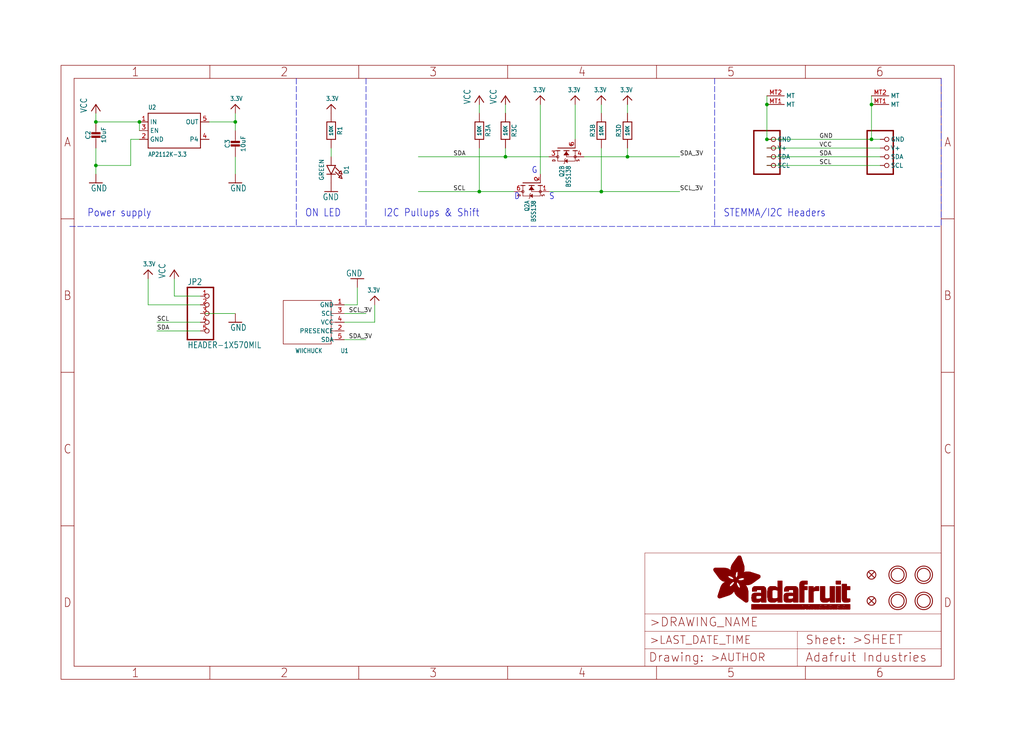
<source format=kicad_sch>
(kicad_sch (version 20211123) (generator eeschema)
  (paper "User" 298.45 217.881)
  (lib_symbols
    (symbol "eagleSchem-eagle-import:3.3V" (power)
      (property "Value" "3.3V" (at -1.524 1.016 0))
      (symbol "3.3V_1_0"
        (pin power_in line (at 0 -2.54 90) (length 2.54) (name "3.3V") (number "1"))
      )
    )
    (symbol "eagleSchem-eagle-import:CAP_CERAMIC0805-NOOUTLINE"
      (property "Reference" "C" (at -2.29 1.25 90))
      (property "Value" "CAP_CERAMIC0805-NOOUTLINE" (at 2.3 1.25 90))
      (symbol "CAP_CERAMIC0805-NOOUTLINE_1_0"
        (pin passive line (at 0 5.08 270) (length 2.54) (name "1") (number "1"))
        (pin passive line (at 0 -2.54 90) (length 2.54) (name "2") (number "2"))
      )
    )
    (symbol "eagleSchem-eagle-import:FIDUCIAL_1MM")
    (symbol "eagleSchem-eagle-import:FRAME_A4_ADAFRUIT"
      (symbol "FRAME_A4_ADAFRUIT_0_0"
        (text "1" (at 21.6958 1.905 0) (effects (font (size 2.54 2.286))))
        (text "1" (at 21.6958 177.165 0) (effects (font (size 2.54 2.286))))
        (text "2" (at 65.0875 1.905 0) (effects (font (size 2.54 2.286))))
        (text "2" (at 65.0875 177.165 0) (effects (font (size 2.54 2.286))))
        (text "3" (at 108.4792 1.905 0) (effects (font (size 2.54 2.286))))
        (text "3" (at 108.4792 177.165 0) (effects (font (size 2.54 2.286))))
        (text "4" (at 151.8708 1.905 0) (effects (font (size 2.54 2.286))))
        (text "4" (at 151.8708 177.165 0) (effects (font (size 2.54 2.286))))
        (text "5" (at 195.2625 1.905 0) (effects (font (size 2.54 2.286))))
        (text "5" (at 195.2625 177.165 0) (effects (font (size 2.54 2.286))))
        (text "6" (at 238.6542 1.905 0) (effects (font (size 2.54 2.286))))
        (text "6" (at 238.6542 177.165 0) (effects (font (size 2.54 2.286))))
        (text "A" (at 1.905 156.6863 0) (effects (font (size 2.54 2.286))))
        (text "A" (at 258.445 156.6863 0) (effects (font (size 2.54 2.286))))
        (text "B" (at 1.905 111.9188 0) (effects (font (size 2.54 2.286))))
        (text "B" (at 258.445 111.9188 0) (effects (font (size 2.54 2.286))))
        (text "C" (at 1.905 67.1513 0) (effects (font (size 2.54 2.286))))
        (text "C" (at 258.445 67.1513 0) (effects (font (size 2.54 2.286))))
        (text "D" (at 1.905 22.3838 0) (effects (font (size 2.54 2.286))))
        (text "D" (at 258.445 22.3838 0) (effects (font (size 2.54 2.286))))
      )
      (symbol "FRAME_A4_ADAFRUIT_1_0"
        (text ">AUTHOR" (at 189.23 5.08 0) (effects (font (size 2.286 2.286)) (justify left bottom)))
        (text ">DRAWING_NAME" (at 171.45 15.24 0) (effects (font (size 2.54 2.54)) (justify left bottom)))
        (text ">LAST_DATE_TIME" (at 171.45 10.16 0) (effects (font (size 2.286 2.286)) (justify left bottom)))
        (text ">SHEET" (at 230.505 10.16 0) (effects (font (size 2.54 2.54)) (justify left bottom)))
        (text "Adafruit Industries" (at 216.916 4.953 0) (effects (font (size 2.54 2.54)) (justify left bottom)))
        (text "Drawing:" (at 171.196 4.953 0) (effects (font (size 2.54 2.54)) (justify left bottom)))
        (text "Sheet:" (at 216.916 10.033 0) (effects (font (size 2.54 2.54)) (justify left bottom)))
      )
    )
    (symbol "eagleSchem-eagle-import:GND" (power)
      (property "Value" "GND" (at -2.54 -2.54 0))
      (symbol "GND_1_0"
        (pin power_in line (at 0 2.54 270) (length 2.54) (name "GND") (number "1"))
      )
    )
    (symbol "eagleSchem-eagle-import:HEADER-1X570MIL"
      (property "Reference" "JP" (at -6.35 8.255 0))
      (property "Value" "HEADER-1X570MIL" (at -6.35 -10.16 0))
      (symbol "HEADER-1X570MIL_1_0"
        (pin passive inverted (at -2.54 5.08 0) (length 2.54) (name "1") (number "1"))
        (pin passive inverted (at -2.54 2.54 0) (length 2.54) (name "2") (number "2"))
        (pin passive inverted (at -2.54 0 0) (length 2.54) (name "3") (number "3"))
        (pin passive inverted (at -2.54 -2.54 0) (length 2.54) (name "4") (number "4"))
        (pin passive inverted (at -2.54 -5.08 0) (length 2.54) (name "5") (number "5"))
      )
    )
    (symbol "eagleSchem-eagle-import:LED0603_NOOUTLINE"
      (property "Reference" "D" (at -1.27 4.445 0))
      (property "Value" "LED0603_NOOUTLINE" (at -1.27 -2.794 0))
      (symbol "LED0603_NOOUTLINE_1_0"
        (pin passive line (at -5.08 0 0) (length 2.54) (name "A") (number "A"))
        (pin passive line (at 2.54 0 180) (length 2.54) (name "C") (number "C"))
      )
    )
    (symbol "eagleSchem-eagle-import:MOSFET-N_DUAL"
      (property "Reference" "Q" (at 5.08 0.635 0))
      (property "Value" "MOSFET-N_DUAL" (at 5.08 -1.27 0))
      (symbol "MOSFET-N_DUAL_1_0"
        (text "D" (at 3.175 3.175 0) (effects (font (size 0.8128 0.6908)) (justify left bottom)))
        (text "G" (at -1.27 -1.905 0) (effects (font (size 0.8128 0.6908)) (justify left bottom)))
        (text "S" (at 3.175 -3.81 0) (effects (font (size 0.8128 0.6908)) (justify left bottom)))
        (pin bidirectional line (at 2.54 -5.08 90) (length 2.54) (name "S") (number "1"))
        (pin bidirectional line (at -2.54 -2.54 0) (length 2.54) (name "G") (number "2"))
        (pin bidirectional line (at 2.54 5.08 270) (length 2.54) (name "D") (number "6"))
      )
      (symbol "MOSFET-N_DUAL_2_0"
        (text "D" (at 3.175 3.175 0) (effects (font (size 0.8128 0.6908)) (justify left bottom)))
        (text "G" (at -1.27 -1.905 0) (effects (font (size 0.8128 0.6908)) (justify left bottom)))
        (text "S" (at 3.175 -3.81 0) (effects (font (size 0.8128 0.6908)) (justify left bottom)))
        (pin bidirectional line (at 2.54 5.08 270) (length 2.54) (name "D") (number "3"))
        (pin bidirectional line (at 2.54 -5.08 90) (length 2.54) (name "S") (number "4"))
        (pin bidirectional line (at -2.54 -2.54 0) (length 2.54) (name "G") (number "5"))
      )
    )
    (symbol "eagleSchem-eagle-import:MOUNTINGHOLE2.5")
    (symbol "eagleSchem-eagle-import:RESISTOR_0603_NOOUT"
      (property "Reference" "R" (at 0 2.54 0))
      (property "Value" "RESISTOR_0603_NOOUT" (at 0 0 0))
      (symbol "RESISTOR_0603_NOOUT_1_0"
        (pin passive line (at -5.08 0 0) (length 2.54) (name "1") (number "1"))
        (pin passive line (at 5.08 0 180) (length 2.54) (name "2") (number "2"))
      )
    )
    (symbol "eagleSchem-eagle-import:RESISTOR_4PACK"
      (property "Reference" "R" (at 0 2.54 0))
      (property "Value" "RESISTOR_4PACK" (at 0 0 0))
      (symbol "RESISTOR_4PACK_1_0"
        (pin passive line (at -5.08 0 0) (length 2.54) (name "1") (number "1"))
        (pin passive line (at 5.08 0 180) (length 2.54) (name "2") (number "8"))
      )
      (symbol "RESISTOR_4PACK_2_0"
        (pin passive line (at -5.08 0 0) (length 2.54) (name "1") (number "2"))
        (pin passive line (at 5.08 0 180) (length 2.54) (name "2") (number "7"))
      )
      (symbol "RESISTOR_4PACK_3_0"
        (pin passive line (at -5.08 0 0) (length 2.54) (name "1") (number "3"))
        (pin passive line (at 5.08 0 180) (length 2.54) (name "2") (number "6"))
      )
      (symbol "RESISTOR_4PACK_4_0"
        (pin passive line (at -5.08 0 0) (length 2.54) (name "1") (number "4"))
        (pin passive line (at 5.08 0 180) (length 2.54) (name "2") (number "5"))
      )
    )
    (symbol "eagleSchem-eagle-import:STEMMA_I2C_QT"
      (symbol "STEMMA_I2C_QT_1_0"
        (pin passive inverted (at 0 5.08 0) (length 2.54) (name "GND") (number "1"))
        (pin passive inverted (at 0 2.54 0) (length 2.54) (name "V+") (number "2"))
        (pin passive inverted (at 0 0 0) (length 2.54) (name "SDA") (number "3"))
        (pin passive inverted (at 0 -2.54 0) (length 2.54) (name "SCL") (number "4"))
      )
      (symbol "STEMMA_I2C_QT_2_0"
        (pin bidirectional line (at 0 0 0) (length 5.08) (name "MT") (number "MT1"))
      )
      (symbol "STEMMA_I2C_QT_3_0"
        (pin bidirectional line (at 0 0 0) (length 5.08) (name "MT") (number "MT2"))
      )
    )
    (symbol "eagleSchem-eagle-import:VCC" (power)
      (property "Value" "VCC" (at -2.54 -2.54 90))
      (symbol "VCC_1_0"
        (pin power_in line (at 0 -2.54 90) (length 2.54) (name "VCC") (number "1"))
      )
    )
    (symbol "eagleSchem-eagle-import:VREG_SOT23-5"
      (property "Reference" "U" (at -7.62 6.096 0))
      (property "Value" "VREG_SOT23-5" (at -7.62 -7.62 0))
      (symbol "VREG_SOT23-5_1_0"
        (pin power_in line (at -10.16 2.54 0) (length 2.54) (name "IN") (number "1"))
        (pin power_in line (at -10.16 -2.54 0) (length 2.54) (name "GND") (number "2"))
        (pin input line (at -10.16 0 0) (length 2.54) (name "EN") (number "3"))
        (pin bidirectional line (at 10.16 -2.54 180) (length 2.54) (name "P4") (number "4"))
        (pin power_in line (at 10.16 2.54 180) (length 2.54) (name "OUT") (number "5"))
      )
    )
    (symbol "eagleSchem-eagle-import:WIICHUCK"
      (property "Reference" "U" (at -5.08 7.62 0))
      (property "Value" "WIICHUCK" (at 2.54 7.62 0))
      (symbol "WIICHUCK_1_0"
        (pin power_in line (at -3.81 -5.08 0) (length 2.54) (name "GND") (number "1"))
        (pin passive line (at -3.81 2.54 0) (length 2.54) (name "PRESENCE") (number "2"))
        (pin bidirectional line (at -3.81 -2.54 0) (length 2.54) (name "SCL") (number "3"))
        (pin power_in line (at -3.81 0 0) (length 2.54) (name "VCC") (number "4"))
        (pin bidirectional line (at -3.81 5.08 0) (length 2.54) (name "SDA") (number "5"))
      )
    )
  )
  (junction (at 223.52 30.48))
  (junction (at 27.94 35.56))
  (junction (at 27.94 48.26))
  (junction (at 40.64 35.56))
  (junction (at 254 30.48))
  (junction (at 68.58 35.56))
  (junction (at 175.26 55.88))
  (junction (at 223.52 40.64))
  (junction (at 147.32 45.72))
  (junction (at 254 40.64))
  (junction (at 139.7 55.88))
  (junction (at 182.88 45.72))
  (wire (pts (xy 223.52 48.26) (xy 256.54 48.26)))
  (wire (pts (xy 100.33 99.06) (xy 106.68 99.06)))
  (wire (pts (xy 58.42 96.52) (xy 45.72 96.52)))
  (wire (pts (xy 254 30.48) (xy 254 40.64)))
  (wire (pts (xy 27.94 33.02) (xy 27.94 35.56)))
  (wire (pts (xy 58.42 86.36) (xy 50.8 86.36)))
  (wire (pts (xy 38.1 48.26) (xy 27.94 48.26)))
  (wire (pts (xy 38.1 40.64) (xy 38.1 48.26)))
  (wire (pts (xy 58.42 93.98) (xy 45.72 93.98)))
  (wire (pts (xy 100.33 93.98) (xy 109.22 93.98)))
  (polyline (pts (xy 106.68 66.04) (xy 208.28 66.04)))
  (polyline (pts (xy 274.32 22.86) (xy 274.32 66.04)))
  (wire (pts (xy 223.52 30.48) (xy 223.52 40.64)))
  (wire (pts (xy 139.7 30.48) (xy 139.7 33.02)))
  (wire (pts (xy 27.94 48.26) (xy 27.94 43.18)))
  (polyline (pts (xy 208.28 22.86) (xy 208.28 66.04)))
  (wire (pts (xy 160.02 45.72) (xy 147.32 45.72)))
  (wire (pts (xy 147.32 43.18) (xy 147.32 45.72)))
  (wire (pts (xy 167.64 40.64) (xy 167.64 30.48)))
  (wire (pts (xy 182.88 45.72) (xy 198.12 45.72)))
  (wire (pts (xy 68.58 45.72) (xy 68.58 50.8)))
  (wire (pts (xy 160.02 55.88) (xy 175.26 55.88)))
  (wire (pts (xy 104.14 88.9) (xy 104.14 83.82)))
  (wire (pts (xy 60.96 35.56) (xy 68.58 35.56)))
  (wire (pts (xy 139.7 43.18) (xy 139.7 55.88)))
  (wire (pts (xy 100.33 88.9) (xy 104.14 88.9)))
  (wire (pts (xy 100.33 91.44) (xy 106.68 91.44)))
  (wire (pts (xy 170.18 45.72) (xy 182.88 45.72)))
  (polyline (pts (xy 20.32 66.04) (xy 86.36 66.04)))
  (wire (pts (xy 157.48 50.8) (xy 157.48 30.48)))
  (wire (pts (xy 175.26 33.02) (xy 175.26 30.48)))
  (wire (pts (xy 182.88 33.02) (xy 182.88 30.48)))
  (wire (pts (xy 256.54 40.64) (xy 254 40.64)))
  (wire (pts (xy 58.42 88.9) (xy 43.18 88.9)))
  (wire (pts (xy 50.8 86.36) (xy 50.8 81.28)))
  (wire (pts (xy 68.58 35.56) (xy 68.58 38.1)))
  (polyline (pts (xy 86.36 66.04) (xy 106.68 66.04)))
  (wire (pts (xy 256.54 45.72) (xy 223.52 45.72)))
  (wire (pts (xy 58.42 91.44) (xy 68.58 91.44)))
  (wire (pts (xy 68.58 35.56) (xy 68.58 33.02)))
  (polyline (pts (xy 106.68 22.86) (xy 106.68 66.04)))
  (wire (pts (xy 40.64 40.64) (xy 38.1 40.64)))
  (wire (pts (xy 223.52 43.18) (xy 256.54 43.18)))
  (polyline (pts (xy 86.36 22.86) (xy 86.36 66.04)))
  (wire (pts (xy 96.52 45.72) (xy 96.52 43.18)))
  (wire (pts (xy 254 27.94) (xy 254 30.48)))
  (wire (pts (xy 40.64 38.1) (xy 40.64 35.56)))
  (wire (pts (xy 149.86 55.88) (xy 139.7 55.88)))
  (wire (pts (xy 254 40.64) (xy 223.52 40.64)))
  (wire (pts (xy 175.26 55.88) (xy 198.12 55.88)))
  (wire (pts (xy 27.94 48.26) (xy 27.94 50.8)))
  (polyline (pts (xy 208.28 66.04) (xy 274.32 66.04)))
  (wire (pts (xy 175.26 43.18) (xy 175.26 55.88)))
  (wire (pts (xy 223.52 27.94) (xy 223.52 30.48)))
  (wire (pts (xy 40.64 35.56) (xy 27.94 35.56)))
  (wire (pts (xy 147.32 45.72) (xy 121.92 45.72)))
  (wire (pts (xy 109.22 93.98) (xy 109.22 88.9)))
  (wire (pts (xy 139.7 55.88) (xy 121.92 55.88)))
  (wire (pts (xy 43.18 88.9) (xy 43.18 81.28)))
  (wire (pts (xy 147.32 33.02) (xy 147.32 30.48)))
  (wire (pts (xy 182.88 43.18) (xy 182.88 45.72)))
  (text "S" (at 160.02 58.42 180) (effects (font (size 1.778 1.5113)) (justify left bottom)))
  (text "D" (at 149.86 58.42 180) (effects (font (size 1.778 1.5113)) (justify left bottom)))
  (text "Power supply" (at 25.4 63.5 180) (effects (font (size 2.1844 1.8567)) (justify left bottom)))
  (text "STEMMA/I2C Headers" (at 210.82 63.5 180) (effects (font (size 2.1844 1.8567)) (justify left bottom)))
  (text "I2C Pullups & Shift" (at 111.76 63.5 180) (effects (font (size 2.1844 1.8567)) (justify left bottom)))
  (text "G" (at 154.94 50.8 180) (effects (font (size 1.778 1.5113)) (justify left bottom)))
  (text "ON LED" (at 88.9 63.5 180) (effects (font (size 2.1844 1.8567)) (justify left bottom)))
  (label "SCL" (at 238.76 48.26 0) (effects (font (size 1.2446 1.2446))))
  (label "GND" (at 238.76 40.64 0) (effects (font (size 1.2446 1.2446))))
  (label "SDA_3V" (at 198.12 45.72 0) (effects (font (size 1.2446 1.2446))))
  (label "SCL_3V" (at 101.6 91.44 0) (effects (font (size 1.2446 1.2446))))
  (label "VCC" (at 238.76 43.18 0) (effects (font (size 1.2446 1.2446))))
  (label "SDA" (at 238.76 45.72 0) (effects (font (size 1.2446 1.2446))))
  (label "SDA_3V" (at 101.6 99.06 0) (effects (font (size 1.2446 1.2446))))
  (label "SDA" (at 45.72 96.52 0) (effects (font (size 1.2446 1.2446))))
  (label "SCL" (at 45.72 93.98 0) (effects (font (size 1.2446 1.2446))))
  (label "SCL" (at 132.08 55.88 0) (effects (font (size 1.2446 1.2446))))
  (label "SDA" (at 132.08 45.72 0) (effects (font (size 1.2446 1.2446))))
  (label "SCL_3V" (at 198.12 55.88 0) (effects (font (size 1.2446 1.2446))))
  (symbol (lib_id "eagleSchem-eagle-import:VCC") (at 50.8 78.74 0) (unit 1)
    (property "Reference" "#P+4" (effects hide))
    (property "Value" "VCC" (at 48.26 81.28 90) (effects (font (size 1.778 1.5113)) (justify left bottom)))
    (property "Footprint" "eagleSchem:" (effects hide))
  )
  (symbol (lib_id "eagleSchem-eagle-import:VREG_SOT23-5") (at 50.8 38.1 0) (unit 1)
    (property "Reference" "U2" (at 43.18 32.004 0) (effects (font (size 1.27 1.0795)) (justify left bottom)))
    (property "Value" "AP2112K-3.3" (at 43.18 45.72 0) (effects (font (size 1.27 1.0795)) (justify left bottom)))
    (property "Footprint" "eagleSchem:SOT23-5" (effects hide))
  )
  (symbol (lib_id "eagleSchem-eagle-import:STEMMA_I2C_QT") (at 254 27.94 0) (unit 3)
    (property "Reference" "CONN4" (effects hide))
    (property "Value" "STEMMA_I2C_QT" (effects hide))
    (property "Footprint" "eagleSchem:JST_SH4" (effects hide))
  )
  (symbol (lib_id "eagleSchem-eagle-import:GND") (at 68.58 53.34 0) (unit 1)
    (property "Reference" "#U$5" (effects hide))
    (property "Value" "GND" (at 67.056 55.88 0) (effects (font (size 1.778 1.5113)) (justify left bottom)))
    (property "Footprint" "eagleSchem:" (effects hide))
  )
  (symbol (lib_id "eagleSchem-eagle-import:3.3V") (at 167.64 27.94 0) (mirror y) (unit 1)
    (property "Reference" "#U$23" (effects hide))
    (property "Value" "3.3V" (at 169.164 26.924 0) (effects (font (size 1.27 1.0795)) (justify left bottom)))
    (property "Footprint" "eagleSchem:" (effects hide))
  )
  (symbol (lib_id "eagleSchem-eagle-import:3.3V") (at 68.58 30.48 0) (unit 1)
    (property "Reference" "#U$15" (effects hide))
    (property "Value" "3.3V" (at 67.056 29.464 0) (effects (font (size 1.27 1.0795)) (justify left bottom)))
    (property "Footprint" "eagleSchem:" (effects hide))
  )
  (symbol (lib_id "eagleSchem-eagle-import:FRAME_A4_ADAFRUIT") (at 17.78 198.12 0) (unit 1)
    (property "Reference" "#U$18" (effects hide))
    (property "Value" "FRAME_A4_ADAFRUIT" (effects hide))
    (property "Footprint" "eagleSchem:" (effects hide))
  )
  (symbol (lib_id "eagleSchem-eagle-import:3.3V") (at 182.88 27.94 0) (mirror y) (unit 1)
    (property "Reference" "#U$7" (effects hide))
    (property "Value" "3.3V" (at 184.404 26.924 0) (effects (font (size 1.27 1.0795)) (justify left bottom)))
    (property "Footprint" "eagleSchem:" (effects hide))
  )
  (symbol (lib_id "eagleSchem-eagle-import:MOSFET-N_DUAL") (at 165.1 43.18 90) (mirror x) (unit 2)
    (property "Reference" "Q2" (at 164.465 48.26 0) (effects (font (size 1.27 1.0795)) (justify left bottom)))
    (property "Value" "BSS138" (at 166.37 48.26 0) (effects (font (size 1.27 1.0795)) (justify left bottom)))
    (property "Footprint" "eagleSchem:SOT363" (effects hide))
  )
  (symbol (lib_id "eagleSchem-eagle-import:3.3V") (at 96.52 30.48 0) (unit 1)
    (property "Reference" "#U$3" (effects hide))
    (property "Value" "3.3V" (at 94.996 29.464 0) (effects (font (size 1.27 1.0795)) (justify left bottom)))
    (property "Footprint" "eagleSchem:" (effects hide))
  )
  (symbol (lib_id "eagleSchem-eagle-import:RESISTOR_4PACK") (at 139.7 38.1 270) (unit 1)
    (property "Reference" "R3" (at 142.24 38.1 0))
    (property "Value" "10K" (at 139.7 38.1 0) (effects (font (size 1.016 1.016) bold)))
    (property "Footprint" "eagleSchem:RESPACK_4X0603" (effects hide))
  )
  (symbol (lib_id "eagleSchem-eagle-import:FIDUCIAL_1MM") (at 254 175.26 0) (unit 1)
    (property "Reference" "FID3" (effects hide))
    (property "Value" "FIDUCIAL_1MM" (effects hide))
    (property "Footprint" "eagleSchem:FIDUCIAL_1MM" (effects hide))
  )
  (symbol (lib_id "eagleSchem-eagle-import:MOSFET-N_DUAL") (at 154.94 53.34 90) (mirror x) (unit 1)
    (property "Reference" "Q2" (at 154.305 58.42 0) (effects (font (size 1.27 1.0795)) (justify left bottom)))
    (property "Value" "BSS138" (at 156.21 58.42 0) (effects (font (size 1.27 1.0795)) (justify left bottom)))
    (property "Footprint" "eagleSchem:SOT363" (effects hide))
  )
  (symbol (lib_id "eagleSchem-eagle-import:CAP_CERAMIC0805-NOOUTLINE") (at 68.58 43.18 0) (unit 1)
    (property "Reference" "C3" (at 66.29 41.93 90))
    (property "Value" "10uF" (at 70.88 41.93 90))
    (property "Footprint" "eagleSchem:0805-NO" (effects hide))
  )
  (symbol (lib_id "eagleSchem-eagle-import:RESISTOR_0603_NOOUT") (at 96.52 38.1 270) (unit 1)
    (property "Reference" "R1" (at 99.06 38.1 0))
    (property "Value" "10K" (at 96.52 38.1 0) (effects (font (size 1.016 1.016) bold)))
    (property "Footprint" "eagleSchem:0603-NO" (effects hide))
  )
  (symbol (lib_id "eagleSchem-eagle-import:VCC") (at 147.32 27.94 0) (unit 1)
    (property "Reference" "#P+2" (effects hide))
    (property "Value" "VCC" (at 144.78 30.48 90) (effects (font (size 1.778 1.5113)) (justify left bottom)))
    (property "Footprint" "eagleSchem:" (effects hide))
  )
  (symbol (lib_id "eagleSchem-eagle-import:STEMMA_I2C_QT") (at 223.52 27.94 0) (unit 3)
    (property "Reference" "CONN3" (effects hide))
    (property "Value" "STEMMA_I2C_QT" (effects hide))
    (property "Footprint" "eagleSchem:JST_SH4" (effects hide))
  )
  (symbol (lib_id "eagleSchem-eagle-import:RESISTOR_4PACK") (at 147.32 38.1 270) (unit 3)
    (property "Reference" "R3" (at 149.86 38.1 0))
    (property "Value" "10K" (at 147.32 38.1 0) (effects (font (size 1.016 1.016) bold)))
    (property "Footprint" "eagleSchem:RESPACK_4X0603" (effects hide))
  )
  (symbol (lib_id "eagleSchem-eagle-import:MOUNTINGHOLE2.5") (at 261.62 167.64 0) (unit 1)
    (property "Reference" "U$17" (effects hide))
    (property "Value" "MOUNTINGHOLE2.5" (effects hide))
    (property "Footprint" "eagleSchem:MOUNTINGHOLE_2.5_PLATED" (effects hide))
  )
  (symbol (lib_id "eagleSchem-eagle-import:MOUNTINGHOLE2.5") (at 269.24 175.26 0) (unit 1)
    (property "Reference" "U$21" (effects hide))
    (property "Value" "MOUNTINGHOLE2.5" (effects hide))
    (property "Footprint" "eagleSchem:MOUNTINGHOLE_2.5_PLATED" (effects hide))
  )
  (symbol (lib_id "eagleSchem-eagle-import:RESISTOR_4PACK") (at 175.26 38.1 90) (mirror x) (unit 2)
    (property "Reference" "R3" (at 172.72 38.1 0))
    (property "Value" "10K" (at 175.26 38.1 0) (effects (font (size 1.016 1.016) bold)))
    (property "Footprint" "eagleSchem:RESPACK_4X0603" (effects hide))
  )
  (symbol (lib_id "eagleSchem-eagle-import:HEADER-1X570MIL") (at 60.96 91.44 0) (unit 1)
    (property "Reference" "JP2" (at 54.61 83.185 0) (effects (font (size 1.778 1.5113)) (justify left bottom)))
    (property "Value" "HEADER-1X570MIL" (at 54.61 101.6 0) (effects (font (size 1.778 1.5113)) (justify left bottom)))
    (property "Footprint" "eagleSchem:1X05_ROUND_70" (effects hide))
  )
  (symbol (lib_id "eagleSchem-eagle-import:VCC") (at 139.7 27.94 0) (unit 1)
    (property "Reference" "#P+1" (effects hide))
    (property "Value" "VCC" (at 137.16 30.48 90) (effects (font (size 1.778 1.5113)) (justify left bottom)))
    (property "Footprint" "eagleSchem:" (effects hide))
  )
  (symbol (lib_id "eagleSchem-eagle-import:STEMMA_I2C_QT") (at 223.52 45.72 0) (unit 1)
    (property "Reference" "CONN3" (effects hide))
    (property "Value" "STEMMA_I2C_QT" (effects hide))
    (property "Footprint" "eagleSchem:JST_SH4" (effects hide))
  )
  (symbol (lib_id "eagleSchem-eagle-import:STEMMA_I2C_QT") (at 256.54 45.72 0) (unit 1)
    (property "Reference" "CONN4" (effects hide))
    (property "Value" "STEMMA_I2C_QT" (effects hide))
    (property "Footprint" "eagleSchem:JST_SH4" (effects hide))
  )
  (symbol (lib_id "eagleSchem-eagle-import:CAP_CERAMIC0805-NOOUTLINE") (at 27.94 40.64 0) (unit 1)
    (property "Reference" "C2" (at 25.65 39.39 90))
    (property "Value" "10uF" (at 30.24 39.39 90))
    (property "Footprint" "eagleSchem:0805-NO" (effects hide))
  )
  (symbol (lib_id "eagleSchem-eagle-import:RESISTOR_4PACK") (at 182.88 38.1 90) (mirror x) (unit 4)
    (property "Reference" "R3" (at 180.34 38.1 0))
    (property "Value" "10K" (at 182.88 38.1 0) (effects (font (size 1.016 1.016) bold)))
    (property "Footprint" "eagleSchem:RESPACK_4X0603" (effects hide))
  )
  (symbol (lib_id "eagleSchem-eagle-import:GND") (at 104.14 81.28 180) (unit 1)
    (property "Reference" "#U$4" (effects hide))
    (property "Value" "GND" (at 105.664 78.74 0) (effects (font (size 1.778 1.5113)) (justify left bottom)))
    (property "Footprint" "eagleSchem:" (effects hide))
  )
  (symbol (lib_id "eagleSchem-eagle-import:GND") (at 27.94 53.34 0) (unit 1)
    (property "Reference" "#U$13" (effects hide))
    (property "Value" "GND" (at 26.416 55.88 0) (effects (font (size 1.778 1.5113)) (justify left bottom)))
    (property "Footprint" "eagleSchem:" (effects hide))
  )
  (symbol (lib_id "eagleSchem-eagle-import:3.3V") (at 157.48 27.94 0) (mirror y) (unit 1)
    (property "Reference" "#U$26" (effects hide))
    (property "Value" "3.3V" (at 159.004 26.924 0) (effects (font (size 1.27 1.0795)) (justify left bottom)))
    (property "Footprint" "eagleSchem:" (effects hide))
  )
  (symbol (lib_id "eagleSchem-eagle-import:VCC") (at 27.94 30.48 0) (unit 1)
    (property "Reference" "#P+3" (effects hide))
    (property "Value" "VCC" (at 25.4 33.02 90) (effects (font (size 1.778 1.5113)) (justify left bottom)))
    (property "Footprint" "eagleSchem:" (effects hide))
  )
  (symbol (lib_id "eagleSchem-eagle-import:GND") (at 96.52 55.88 0) (unit 1)
    (property "Reference" "#GND6" (effects hide))
    (property "Value" "GND" (at 93.98 58.42 0) (effects (font (size 1.778 1.5113)) (justify left bottom)))
    (property "Footprint" "eagleSchem:" (effects hide))
  )
  (symbol (lib_id "eagleSchem-eagle-import:3.3V") (at 175.26 27.94 0) (mirror y) (unit 1)
    (property "Reference" "#U$24" (effects hide))
    (property "Value" "3.3V" (at 176.784 26.924 0) (effects (font (size 1.27 1.0795)) (justify left bottom)))
    (property "Footprint" "eagleSchem:" (effects hide))
  )
  (symbol (lib_id "eagleSchem-eagle-import:STEMMA_I2C_QT") (at 223.52 30.48 0) (unit 2)
    (property "Reference" "CONN3" (effects hide))
    (property "Value" "STEMMA_I2C_QT" (effects hide))
    (property "Footprint" "eagleSchem:JST_SH4" (effects hide))
  )
  (symbol (lib_id "eagleSchem-eagle-import:LED0603_NOOUTLINE") (at 96.52 50.8 270) (unit 1)
    (property "Reference" "D1" (at 100.965 49.53 0))
    (property "Value" "GREEN" (at 93.726 49.53 0))
    (property "Footprint" "eagleSchem:CHIPLED_0603_NOOUTLINE" (effects hide))
  )
  (symbol (lib_id "eagleSchem-eagle-import:3.3V") (at 109.22 86.36 0) (mirror y) (unit 1)
    (property "Reference" "#U$2" (effects hide))
    (property "Value" "3.3V" (at 110.744 85.344 0) (effects (font (size 1.27 1.0795)) (justify left bottom)))
    (property "Footprint" "eagleSchem:" (effects hide))
  )
  (symbol (lib_id "eagleSchem-eagle-import:3.3V") (at 43.18 78.74 0) (unit 1)
    (property "Reference" "#U$16" (effects hide))
    (property "Value" "3.3V" (at 41.656 77.724 0) (effects (font (size 1.27 1.0795)) (justify left bottom)))
    (property "Footprint" "eagleSchem:" (effects hide))
  )
  (symbol (lib_id "eagleSchem-eagle-import:FIDUCIAL_1MM") (at 254 167.64 0) (unit 1)
    (property "Reference" "FID4" (effects hide))
    (property "Value" "FIDUCIAL_1MM" (effects hide))
    (property "Footprint" "eagleSchem:FIDUCIAL_1MM" (effects hide))
  )
  (symbol (lib_id "eagleSchem-eagle-import:GND") (at 68.58 93.98 0) (unit 1)
    (property "Reference" "#U$10" (effects hide))
    (property "Value" "GND" (at 67.056 96.52 0) (effects (font (size 1.778 1.5113)) (justify left bottom)))
    (property "Footprint" "eagleSchem:" (effects hide))
  )
  (symbol (lib_id "eagleSchem-eagle-import:WIICHUCK") (at 96.52 93.98 180) (unit 1)
    (property "Reference" "U1" (at 101.6 101.6 0) (effects (font (size 1.27 1.0795)) (justify left bottom)))
    (property "Value" "WIICHUCK" (at 93.98 101.6 0) (effects (font (size 1.27 1.0795)) (justify left bottom)))
    (property "Footprint" "eagleSchem:WIICHUCK" (effects hide))
  )
  (symbol (lib_id "eagleSchem-eagle-import:STEMMA_I2C_QT") (at 254 30.48 0) (unit 2)
    (property "Reference" "CONN4" (effects hide))
    (property "Value" "STEMMA_I2C_QT" (effects hide))
    (property "Footprint" "eagleSchem:JST_SH4" (effects hide))
  )
  (symbol (lib_id "eagleSchem-eagle-import:MOUNTINGHOLE2.5") (at 261.62 175.26 0) (unit 1)
    (property "Reference" "U$1" (effects hide))
    (property "Value" "MOUNTINGHOLE2.5" (effects hide))
    (property "Footprint" "eagleSchem:MOUNTINGHOLE_2.5_PLATED" (effects hide))
  )
  (symbol (lib_id "eagleSchem-eagle-import:MOUNTINGHOLE2.5") (at 269.24 167.64 0) (unit 1)
    (property "Reference" "U$19" (effects hide))
    (property "Value" "MOUNTINGHOLE2.5" (effects hide))
    (property "Footprint" "eagleSchem:MOUNTINGHOLE_2.5_PLATED" (effects hide))
  )
)
</source>
